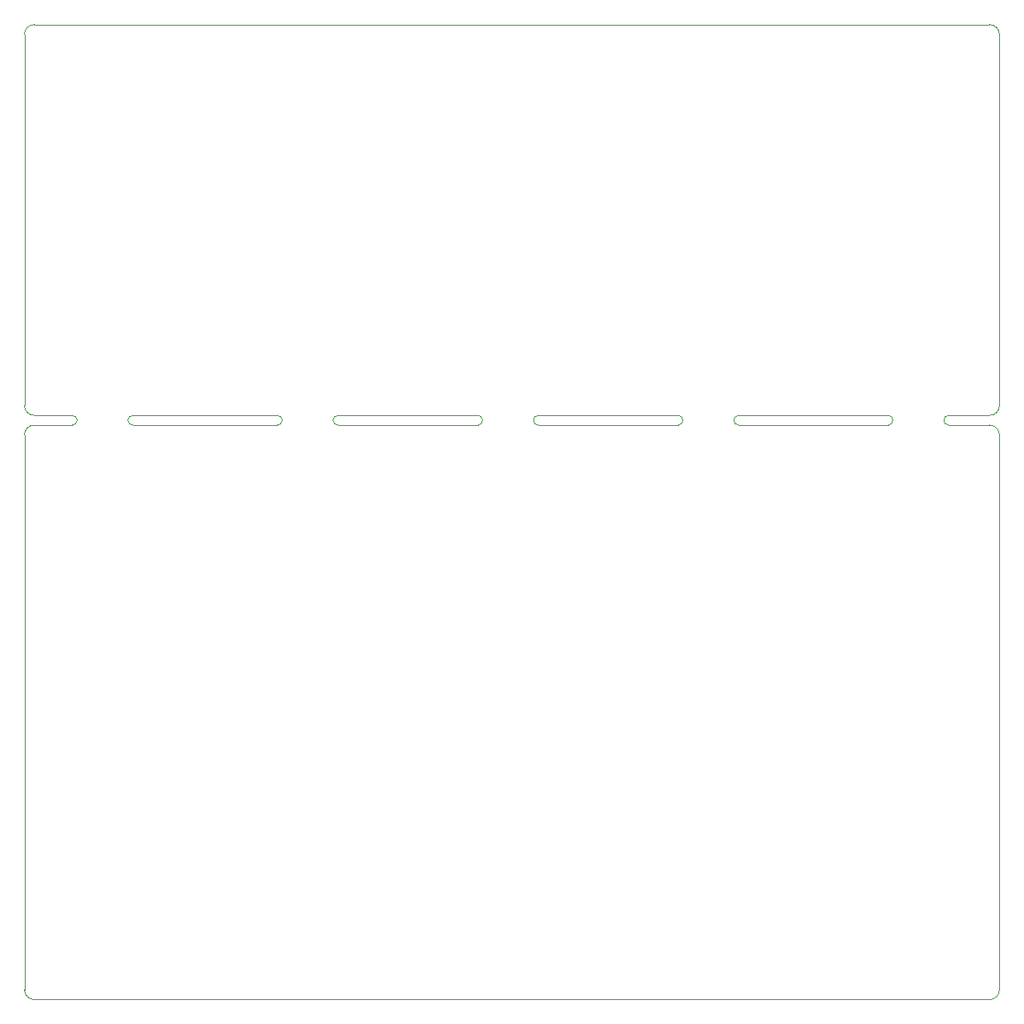
<source format=gko>
G04 #@! TF.FileFunction,Profile,NP*
%FSLAX46Y46*%
G04 Gerber Fmt 4.6, Leading zero omitted, Abs format (unit mm)*
G04 Created by KiCad (PCBNEW 4.0.7) date Sat Oct  7 11:25:55 2017*
%MOMM*%
%LPD*%
G01*
G04 APERTURE LIST*
%ADD10C,0.100000*%
%ADD11C,0.010000*%
G04 APERTURE END LIST*
D10*
D11*
X128800000Y-129800000D02*
G75*
G03X129800000Y-128800000I0J1000000D01*
G01*
X30000000Y-128800000D02*
G75*
G03X31000000Y-129800000I1000000J0D01*
G01*
X31000000Y-71000000D02*
X34900000Y-71000000D01*
X129800000Y-31000000D02*
G75*
G03X128800000Y-30000000I-1000000J0D01*
G01*
X31000000Y-30000000D02*
G75*
G03X30000000Y-31000000I0J-1000000D01*
G01*
X31000000Y-71000000D02*
G75*
G03X30000000Y-72000000I0J-1000000D01*
G01*
X31000000Y-70000000D02*
X34900000Y-70000000D01*
X55900000Y-71000000D02*
X41100000Y-71000000D01*
X41100000Y-70000000D02*
X55900000Y-70000000D01*
X62100000Y-71000000D02*
X76400000Y-71000000D01*
X76400000Y-70000000D02*
X62100000Y-70000000D01*
X96900000Y-71000000D02*
X82600000Y-71000000D01*
X82600000Y-70000000D02*
X96900000Y-70000000D01*
X118400000Y-71000000D02*
X103100000Y-71000000D01*
X103100000Y-70000000D02*
X118400000Y-70000000D01*
X124600000Y-71000000D02*
X128800000Y-71000000D01*
X124600000Y-70000000D02*
X128800000Y-70000000D01*
X128800000Y-70000000D02*
G75*
G03X129800000Y-69000000I0J1000000D01*
G01*
X129800000Y-72000000D02*
G75*
G03X128800000Y-71000000I-1000000J0D01*
G01*
X124100000Y-70500000D02*
G75*
G03X124600000Y-71000000I500000J0D01*
G01*
X124600000Y-70000000D02*
G75*
G03X124100000Y-70500000I0J-500000D01*
G01*
X118900000Y-70500000D02*
G75*
G03X118400000Y-70000000I-500000J0D01*
G01*
X118400000Y-71000000D02*
G75*
G03X118900000Y-70500000I0J500000D01*
G01*
X102600000Y-70500000D02*
G75*
G03X103100000Y-71000000I500000J0D01*
G01*
X103100000Y-70000000D02*
G75*
G03X102600000Y-70500000I0J-500000D01*
G01*
X97400000Y-70500000D02*
G75*
G03X96900000Y-70000000I-500000J0D01*
G01*
X96900000Y-71000000D02*
G75*
G03X97400000Y-70500000I0J500000D01*
G01*
X82100000Y-70500000D02*
G75*
G03X82600000Y-71000000I500000J0D01*
G01*
X82600000Y-70000000D02*
G75*
G03X82100000Y-70500000I0J-500000D01*
G01*
X76400000Y-71000000D02*
G75*
G03X76900000Y-70500000I0J500000D01*
G01*
X76900000Y-70500000D02*
G75*
G03X76400000Y-70000000I-500000J0D01*
G01*
X61600000Y-70500000D02*
G75*
G03X62100000Y-71000000I500000J0D01*
G01*
X62100000Y-70000000D02*
G75*
G03X61600000Y-70500000I0J-500000D01*
G01*
X56400000Y-70500000D02*
G75*
G03X55900000Y-70000000I-500000J0D01*
G01*
X55900000Y-71000000D02*
G75*
G03X56400000Y-70500000I0J500000D01*
G01*
X40600000Y-70500000D02*
G75*
G03X41100000Y-71000000I500000J0D01*
G01*
X41100000Y-70000000D02*
G75*
G03X40600000Y-70500000I0J-500000D01*
G01*
X35400000Y-70500000D02*
G75*
G03X34900000Y-70000000I-500000J0D01*
G01*
X34900000Y-71000000D02*
G75*
G03X35400000Y-70500000I0J500000D01*
G01*
X30000000Y-69000000D02*
G75*
G03X31000000Y-70000000I1000000J0D01*
G01*
X129800000Y-128800000D02*
X129800000Y-72000000D01*
X31000000Y-129800000D02*
X128800000Y-129800000D01*
X30000000Y-72000000D02*
X30000000Y-128800000D01*
X129800000Y-31000000D02*
X129800000Y-69000000D01*
X31000000Y-30000000D02*
X128800000Y-30000000D01*
X30000000Y-31000000D02*
X30000000Y-69000000D01*
M02*

</source>
